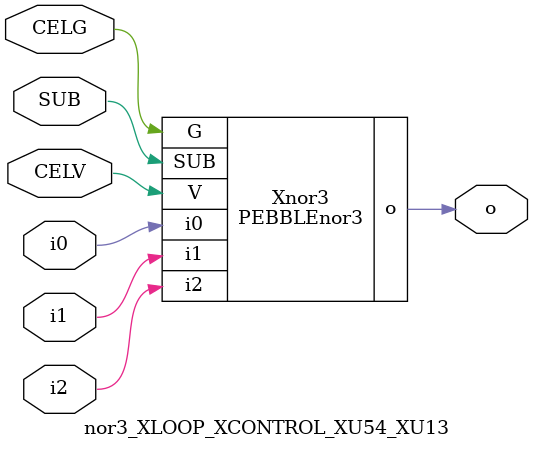
<source format=v>



module PEBBLEnor3 ( o, G, SUB, V, i0, i1, i2 );

  input i0;
  input V;
  input i2;
  input i1;
  input G;
  output o;
  input SUB;
endmodule

//Celera Confidential Do Not Copy nor3_XLOOP_XCONTROL_XU54_XU13
//Celera Confidential Symbol Generator
//NOR3
module nor3_XLOOP_XCONTROL_XU54_XU13 (CELV,CELG,i0,i1,i2,o,SUB);
input CELV;
input CELG;
input i0;
input i1;
input i2;
input SUB;
output o;

//Celera Confidential Do Not Copy nor3
PEBBLEnor3 Xnor3(
.V (CELV),
.i0 (i0),
.i1 (i1),
.i2 (i2),
.o (o),
.SUB (SUB),
.G (CELG)
);
//,diesize,PEBBLEnor3

//Celera Confidential Do Not Copy Module End
//Celera Schematic Generator
endmodule

</source>
